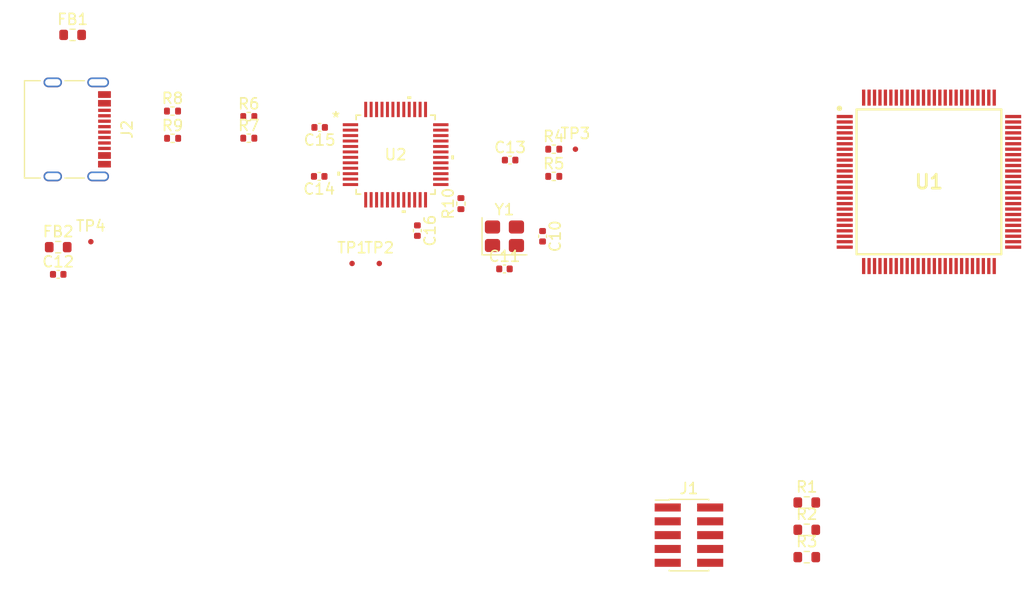
<source format=kicad_pcb>
(kicad_pcb (version 20241229) (generator "pcbnew") (generator_version "9.0")
  (layers (0 "F.Cu" signal) (2 "B.Cu" signal) (13 "F.Paste" user) (15 "B.Paste" user) (5 "F.SilkS" user "F.Silkscreen") (7 "B.SilkS" user "B.Silkscreen") (1 "F.Mask" user) (3 "B.Mask" user) (25 "Edge.Cuts" user))
  (net 0 "")
  (net 1 "GND")
  (net 2 "KV5x_SWO{slash}TDO")
  (net 4 "VDD_MCU")
  (net 5 "KV5x_TDI")
  (net 6 "KV5x_SWDIO{slash}TMS")
  (net 7 "KV5x_~{RESET}")
  (net 8 "KV5x_SWCLK{slash}TCK")
  (net 86 "Net-(J2-CC2)")
  (net 87 "/USB interface/USB_D+")
  (net 88 "Net-(J2-CC1)")
  (net 89 "/USB interface/USB_D-")
  (net 92 "/USB interface/SDA_USB_DP")
  (net 93 "/USB interface/SDA_USB_DM")
  (net 94 "/USB interface/TC_EXTAL_TP")
  (net 95 "/USB interface/TC_XTAL_TP")
  (net 122 "VBUS")
  (net 123 "+3.3V")
  (net 124 "/USB interface/USB_SHIELD")
  (net 125 "/USB interface/USB_VBUS")
  (net 127 "/USB interface/SDA_XTAL_OUT")
  (net 128 "/USB interface/SDA_XTAL_IN")
  (net 129 "/USB interface/SDA_~{RESET}")
  (net 130 "K20_JTAG_TDO")
  (net 131 "K20_JTAG_TDI")
  (net 132 "K20_JTAG_TMS")
  (net 133 "K20_JTAG_TCLK")
  (footprint "Crystal:Crystal_SMD_3225-4Pin_3.2x2.5mm" (layer "F.Cu") (at 110 105.5)
    (property "Reference" "Y1" (at 0 -2.45 0) (layer "F.SilkS"))
    (property "Value" "ECS-80-12-33-JGN-TR")
    (fp_line (start -2.06 -1.71) (end -2.06 1.71) (stroke (width 0.12)) (layer "F.SilkS"))
    (fp_line (start -2.06 1.71) (end 2.06 1.71) (stroke (width 0.12)) (layer "F.SilkS"))
    (pad "1" smd roundrect (at -1.1 0.85) (size 1.4 1.2) (layers "F.Cu" "F.Mask" "F.Paste") (roundrect_rratio 0.208333) (net 128 "/USB interface/SDA_XTAL_IN"))
    (pad "2" smd roundrect (at 1.1 0.85) (size 1.4 1.2) (layers "F.Cu" "F.Mask" "F.Paste") (roundrect_rratio 0.208333) (net 1 "GND"))
    (pad "3" smd roundrect (at 1.1 -0.85) (size 1.4 1.2) (layers "F.Cu" "F.Mask" "F.Paste") (roundrect_rratio 0.208333) (net 127 "/USB interface/SDA_XTAL_OUT"))
    (pad "4" smd roundrect (at -1.1 -0.85) (size 1.4 1.2) (layers "F.Cu" "F.Mask" "F.Paste") (roundrect_rratio 0.208333) (net 1 "GND"))
  )
  (footprint "Resistor_SMD:R_0402_1005Metric" (layer "F.Cu") (at 114.53 97.5)
    (property "Reference" "R4" (at 0 -1.17 0) (layer "F.SilkS"))
    (property "Value" "4.7k")
    (fp_line (start -0.153641 -0.38) (end 0.153641 -0.38) (stroke (width 0.12)) (layer "F.SilkS"))
    (fp_line (start -0.153641 0.38) (end 0.153641 0.38) (stroke (width 0.12)) (layer "F.SilkS"))
    (pad "1" smd roundrect (at -0.51 0) (size 0.54 0.64) (layers "F.Cu" "F.Mask" "F.Paste") (net 122 "VBUS"))
    (pad "2" smd roundrect (at 0.51 0) (size 0.54 0.64) (layers "F.Cu" "F.Mask" "F.Paste") (net 129 "/USB interface/SDA_~{RESET}"))
  )
  (footprint "Capacitor_SMD:C_0402_1005Metric" (layer "F.Cu") (at 110 108.5)
    (property "Reference" "C11" (at 0 -1.16 0) (layer "F.SilkS"))
    (property "Value" "15pF")
    (fp_line (start -0.107836 -0.36) (end 0.107836 -0.36) (stroke (width 0.12)) (layer "F.SilkS"))
    (fp_line (start -0.107836 0.36) (end 0.107836 0.36) (stroke (width 0.12)) (layer "F.SilkS"))
    (pad "1" smd roundrect (at -0.48 0) (size 0.56 0.62) (layers "F.Cu" "F.Mask" "F.Paste") (net 128 "/USB interface/SDA_XTAL_IN"))
    (pad "2" smd roundrect (at 0.48 0) (size 0.56 0.62) (layers "F.Cu" "F.Mask" "F.Paste") (net 1 "GND"))
  )
  (footprint "0_kv5x_devboard:TestPoint_Pad_D0.5mm" (layer "F.Cu") (at 98.5 108)
    (property "Reference" "TP2" (at 0 -1.448 0) (layer "F.SilkS"))
    (property "Value" "TestPoint")
    (pad "1" smd circle (at 0 0) (size 0.5 0.5) (layers "F.Cu" "F.Mask") (net 95 "/USB interface/TC_XTAL_TP"))
  )
  (footprint "0_kv5x_devboard:TestPoint_Pad_D0.5mm" (layer "F.Cu") (at 72 106)
    (property "Reference" "TP4" (at 0 -1.448 0) (layer "F.SilkS"))
    (property "Value" "TestPoint")
    (pad "1" smd circle (at 0 0) (size 0.5 0.5) (layers "F.Cu" "F.Mask") (net 122 "VBUS"))
  )
  (footprint "Resistor_SMD:R_0402_1005Metric" (layer "F.Cu") (at 86.51 96.49)
    (property "Reference" "R7" (at 0 -1.17 0) (layer "F.SilkS"))
    (property "Value" "33R")
    (fp_line (start -0.153641 -0.38) (end 0.153641 -0.38) (stroke (width 0.12)) (layer "F.SilkS"))
    (fp_line (start -0.153641 0.38) (end 0.153641 0.38) (stroke (width 0.12)) (layer "F.SilkS"))
    (pad "1" smd roundrect (at -0.51 0) (size 0.54 0.64) (layers "F.Cu" "F.Mask" "F.Paste") (net 89 "/USB interface/USB_D-"))
    (pad "2" smd roundrect (at 0.51 0) (size 0.54 0.64) (layers "F.Cu" "F.Mask" "F.Paste") (net 93 "/USB interface/SDA_USB_DM"))
  )
  (footprint "0_kv5x_devboard:MK20DX128VLF5" (layer "F.Cu") (at 100 98)
    (property "Reference" "U2" (at 0 0 0) (layer "F.SilkS"))
    (property "Value" "MK20DX128VLF5")
    (fp_line (start -3.627001 -3.627001) (end -3.627001 -3.21774) (stroke (width 0.1524)) (layer "F.SilkS"))
    (fp_line (start -3.627001 3.21774) (end -3.627001 3.627001) (stroke (width 0.1524)) (layer "F.SilkS"))
    (fp_line (start -3.627001 3.627001) (end -3.21774 3.627001) (stroke (width 0.1524)) (layer "F.SilkS"))
    (fp_line (start -3.21774 -3.627001) (end -3.627001 -3.627001) (stroke (width 0.1524)) (layer "F.SilkS"))
    (fp_line (start 3.21774 3.627001) (end 3.627001 3.627001) (stroke (width 0.1524)) (layer "F.SilkS"))
    (fp_line (start 3.627001 -3.627001) (end 3.21774 -3.627001) (stroke (width 0.1524)) (layer "F.SilkS"))
    (fp_line (start 3.627001 -3.21774) (end 3.627001 -3.627001) (stroke (width 0.1524)) (layer "F.SilkS"))
    (fp_line (start 3.627001 3.627001) (end 3.627001 3.21774) (stroke (width 0.1524)) (layer "F.SilkS"))
    (fp_poly (pts (xy -5.363599 1.559499) (xy -5.363599 1.940499) (xy -5.109599 1.940499) (xy -5.109599 1.559499)) (fill yes) (layer "F.SilkS"))
    (fp_poly (pts (xy 0.559501 5.109599) (xy 0.559501 5.363599) (xy 0.940501 5.363599) (xy 0.940501 5.109599)) (fill yes) (layer "F.SilkS"))
    (fp_poly (pts (xy 1.0595 -5.109599) (xy 1.0595 -5.363599) (xy 1.4405 -5.363599) (xy 1.4405 -5.109599)) (fill yes) (layer "F.SilkS"))
    (fp_poly (pts (xy 5.363599 0.059499) (xy 5.363599 0.4405) (xy 5.109599 0.4405) (xy 5.109599 0.059499)) (fill yes) (layer "F.SilkS"))
    (fp_text user "*" (at -5.490599 -3.381 0) (layer "F.SilkS"))
    (fp_text user "*" (at -5.490599 -3.381 0) (layer "F.SilkS"))
    (pad "1" smd rect (at -4.149999 -2.75 90) (size 0.27 1.4112) (layers "F.Cu" "F.Mask" "F.Paste") (net 123 "+3.3V"))
    (pad "2" smd rect (at -4.149999 -2.250001 90) (size 0.27 1.4112) (layers "F.Cu" "F.Mask" "F.Paste") (net 1 "GND"))
    (pad "3" smd rect (at -4.149999 -1.749999 90) (size 0.27 1.4112) (layers "F.Cu" "F.Mask" "F.Paste") (net 92 "/USB interface/SDA_USB_DP"))
    (pad "4" smd rect (at -4.149999 -1.25 90) (size 0.27 1.4112) (layers "F.Cu" "F.Mask" "F.Paste") (net 93 "/USB interface/SDA_USB_DM"))
    (pad "5" smd rect (at -4.149999 -0.750001 90) (size 0.27 1.4112) (layers "F.Cu" "F.Mask" "F.Paste"))
    (pad "6" smd rect (at -4.149999 -0.25 90) (size 0.27 1.4112) (layers "F.Cu" "F.Mask" "F.Paste") (net 123 "+3.3V"))
    (pad "7" smd rect (at -4.149999 0.25 90) (size 0.27 1.4112) (layers "F.Cu" "F.Mask" "F.Paste"))
    (pad "8" smd rect (at -4.149999 0.750001 90) (size 0.27 1.4112) (layers "F.Cu" "F.Mask" "F.Paste"))
    (pad "9" smd rect (at -4.149999 1.25 90) (size 0.27 1.4112) (layers "F.Cu" "F.Mask" "F.Paste") (net 123 "+3.3V"))
    (pad "10" smd rect (at -4.149999 1.749999 90) (size 0.27 1.4112) (layers "F.Cu" "F.Mask" "F.Paste") (net 123 "+3.3V"))
    (pad "11" smd rect (at -4.149999 2.250001 90) (size 0.27 1.4112) (layers "F.Cu" "F.Mask" "F.Paste") (net 1 "GND"))
    (pad "12" smd rect (at -4.149999 2.75 90) (size 0.27 1.4112) (layers "F.Cu" "F.Mask" "F.Paste") (net 1 "GND"))
    (pad "13" smd rect (at -2.75 4.149999) (size 0.27 1.4112) (layers "F.Cu" "F.Mask" "F.Paste"))
    (pad "14" smd rect (at -2.250001 4.149999) (size 0.27 1.4112) (layers "F.Cu" "F.Mask" "F.Paste") (net 95 "/USB interface/TC_XTAL_TP"))
    (pad "15" smd rect (at -1.749999 4.149999) (size 0.27 1.4112) (layers "F.Cu" "F.Mask" "F.Paste") (net 94 "/USB interface/TC_EXTAL_TP"))
    (pad "16" smd rect (at -1.25 4.149999) (size 0.27 1.4112) (layers "F.Cu" "F.Mask" "F.Paste") (net 123 "+3.3V"))
    (pad "17" smd rect (at -0.750001 4.149999) (size 0.27 1.4112) (layers "F.Cu" "F.Mask" "F.Paste") (net 133 "K20_JTAG_TCLK"))
    (pad "18" smd rect (at -0.25 4.149999) (size 0.27 1.4112) (layers "F.Cu" "F.Mask" "F.Paste") (net 131 "K20_JTAG_TDI"))
    (pad "19" smd rect (at 0.25 4.149999) (size 0.27 1.4112) (layers "F.Cu" "F.Mask" "F.Paste") (net 130 "K20_JTAG_TDO"))
    (pad "20" smd rect (at 0.750001 4.149999) (size 0.27 1.4112) (layers "F.Cu" "F.Mask" "F.Paste") (net 132 "K20_JTAG_TMS"))
    (pad "21" smd rect (at 1.25 4.149999) (size 0.27 1.4112) (layers "F.Cu" "F.Mask" "F.Paste"))
    (pad "22" smd rect (at 1.749999 4.149999) (size 0.27 1.4112) (layers "F.Cu" "F.Mask" "F.Paste") (net 123 "+3.3V"))
    (pad "23" smd rect (at 2.250001 4.149999) (size 0.27 1.4112) (layers "F.Cu" "F.Mask" "F.Paste") (net 1 "GND"))
    (pad "24" smd rect (at 2.75 4.149999) (size 0.27 1.4112) (layers "F.Cu" "F.Mask" "F.Paste") (net 128 "/USB interface/SDA_XTAL_IN"))
    (pad "25" smd rect (at 4.149999 2.75 90) (size 0.27 1.4112) (layers "F.Cu" "F.Mask" "F.Paste") (net 127 "/USB interface/SDA_XTAL_OUT"))
    (pad "26" smd rect (at 4.149999 2.250001 90) (size 0.27 1.4112) (layers "F.Cu" "F.Mask" "F.Paste") (net 129 "/USB interface/SDA_~{RESET}"))
    (pad "27" smd rect (at 4.149999 1.749999 90) (size 0.27 1.4112) (layers "F.Cu" "F.Mask" "F.Paste"))
    (pad "28" smd rect (at 4.149999 1.25 90) (size 0.27 1.4112) (layers "F.Cu" "F.Mask" "F.Paste"))
    (pad "29" smd rect (at 4.149999 0.750001 90) (size 0.27 1.4112) (layers "F.Cu" "F.Mask" "F.Paste"))
    (pad "30" smd rect (at 4.149999 0.25 90) (size 0.27 1.4112) (layers "F.Cu" "F.Mask" "F.Paste"))
    (pad "31" smd rect (at 4.149999 -0.25 90) (size 0.27 1.4112) (layers "F.Cu" "F.Mask" "F.Paste"))
    (pad "32" smd rect (at 4.149999 -0.750001 90) (size 0.27 1.4112) (layers "F.Cu" "F.Mask" "F.Paste"))
    (pad "33" smd rect (at 4.149999 -1.25 90) (size 0.27 1.4112) (layers "F.Cu" "F.Mask" "F.Paste"))
    (pad "34" smd rect (at 4.149999 -1.749999 90) (size 0.27 1.4112) (layers "F.Cu" "F.Mask" "F.Paste"))
    (pad "35" smd rect (at 4.149999 -2.250001 90) (size 0.27 1.4112) (layers "F.Cu" "F.Mask" "F.Paste"))
    (pad "36" smd rect (at 4.149999 -2.75 90) (size 0.27 1.4112) (layers "F.Cu" "F.Mask" "F.Paste"))
    (pad "37" smd rect (at 2.75 -4.149999) (size 0.27 1.4112) (layers "F.Cu" "F.Mask" "F.Paste"))
    (pad "38" smd rect (at 2.250001 -4.149999) (size 0.27 1.4112) (layers "F.Cu" "F.Mask" "F.Paste"))
    (pad "39" smd rect (at 1.749999 -4.149999) (size 0.27 1.4112) (layers "F.Cu" "F.Mask" "F.Paste"))
    (pad "40" smd rect (at 1.25 -4.149999) (size 0.27 1.4112) (layers "F.Cu" "F.Mask" "F.Paste"))
    (pad "41" smd rect (at 0.750001 -4.149999) (size 0.27 1.4112) (layers "F.Cu" "F.Mask" "F.Paste"))
    (pad "42" smd rect (at 0.25 -4.149999) (size 0.27 1.4112) (layers "F.Cu" "F.Mask" "F.Paste"))
    (pad "43" smd rect (at -0.25 -4.149999) (size 0.27 1.4112) (layers "F.Cu" "F.Mask" "F.Paste"))
    (pad "44" smd rect (at -0.750001 -4.149999) (size 0.27 1.4112) (layers "F.Cu" "F.Mask" "F.Paste"))
    (pad "45" smd rect (at -1.25 -4.149999) (size 0.27 1.4112) (layers "F.Cu" "F.Mask" "F.Paste"))
    (pad "46" smd rect (at -1.749999 -4.149999) (size 0.27 1.4112) (layers "F.Cu" "F.Mask" "F.Paste"))
    (pad "47" smd rect (at -2.250001 -4.149999) (size 0.27 1.4112) (layers "F.Cu" "F.Mask" "F.Paste"))
    (pad "48" smd rect (at -2.75 -4.149999) (size 0.27 1.4112) (layers "F.Cu" "F.Mask" "F.Paste"))
  )
  (footprint "Resistor_SMD:R_0402_1005Metric" (layer "F.Cu") (at 114.53 100)
    (property "Reference" "R5" (at 0 -1.17 0) (layer "F.SilkS"))
    (property "Value" "10k")
    (fp_line (start -0.153641 -0.38) (end 0.153641 -0.38) (stroke (width 0.12)) (layer "F.SilkS"))
    (fp_line (start -0.153641 0.38) (end 0.153641 0.38) (stroke (width 0.12)) (layer "F.SilkS"))
    (pad "1" smd roundrect (at -0.51 0) (size 0.54 0.64) (layers "F.Cu" "F.Mask" "F.Paste") (net 129 "/USB interface/SDA_~{RESET}"))
    (pad "2" smd roundrect (at 0.51 0) (size 0.54 0.64) (layers "F.Cu" "F.Mask" "F.Paste") (net 1 "GND"))
  )
  (footprint "Capacitor_SMD:C_0402_1005Metric" (layer "F.Cu") (at 110.52 98.5)
    (property "Reference" "C13" (at 0 -1.16 0) (layer "F.SilkS"))
    (property "Value" "0.1uF")
    (fp_line (start -0.107836 -0.36) (end 0.107836 -0.36) (stroke (width 0.12)) (layer "F.SilkS"))
    (fp_line (start -0.107836 0.36) (end 0.107836 0.36) (stroke (width 0.12)) (layer "F.SilkS"))
    (pad "1" smd roundrect (at -0.48 0) (size 0.56 0.62) (layers "F.Cu" "F.Mask" "F.Paste") (net 129 "/USB interface/SDA_~{RESET}"))
    (pad "2" smd roundrect (at 0.48 0) (size 0.56 0.62) (layers "F.Cu" "F.Mask" "F.Paste") (net 1 "GND"))
  )
  (footprint "Resistor_SMD:R_0402_1005Metric" (layer "F.Cu") (at 79.5 94)
    (property "Reference" "R8" (at 0 -1.17 0) (layer "F.SilkS"))
    (property "Value" "5.1k")
    (fp_line (start -0.153641 -0.38) (end 0.153641 -0.38) (stroke (width 0.12)) (layer "F.SilkS"))
    (fp_line (start -0.153641 0.38) (end 0.153641 0.38) (stroke (width 0.12)) (layer "F.SilkS"))
    (pad "1" smd roundrect (at -0.51 0) (size 0.54 0.64) (layers "F.Cu" "F.Mask" "F.Paste") (net 88 "Net-(J2-CC1)"))
    (pad "2" smd roundrect (at 0.51 0) (size 0.54 0.64) (layers "F.Cu" "F.Mask" "F.Paste") (net 1 "GND"))
  )
  (footprint "0_kv5x_devboard:TestPoint_Pad_D0.5mm" (layer "F.Cu") (at 116.52 97.5)
    (property "Reference" "TP3" (at 0 -1.448 0) (layer "F.SilkS"))
    (property "Value" "TestPoint")
    (pad "1" smd circle (at 0 0) (size 0.5 0.5) (layers "F.Cu" "F.Mask") (net 129 "/USB interface/SDA_~{RESET}"))
  )
  (footprint "0_kv5x_devboard:MKV56F1M0VLL24" (layer "F.Cu") (at 149 100.5)
    (property "Reference" "U1" (at 0 0 0) (layer "F.SilkS") (effects (font (size 1.27 1.27) (thickness 0.254))))
    (property "Value" "MKV56F1M0VLL24" (hide yes))
    (fp_line (start -6.65 -6.65) (end 6.65 -6.65) (stroke (width 0.2)) (layer "F.SilkS"))
    (fp_line (start -6.65 6.65) (end -6.65 -6.65) (stroke (width 0.2)) (layer "F.SilkS"))
    (fp_line (start 6.65 -6.65) (end 6.65 6.65) (stroke (width 0.2)) (layer "F.SilkS"))
    (fp_line (start 6.65 6.65) (end -6.65 6.65) (stroke (width 0.2)) (layer "F.SilkS"))
    (fp_circle (center -8.225 -6.75) (end -8.225 -6.625) (stroke (width 0.25)) (fill no) (layer "F.SilkS"))
    (pad "1" smd rect (at -7.738 -6 90) (size 0.3 1.475) (layers "F.Cu" "F.Mask" "F.Paste"))
    (pad "2" smd rect (at -7.738 -5.5 90) (size 0.3 1.475) (layers "F.Cu" "F.Mask" "F.Paste"))
    (pad "3" smd rect (at -7.738 -5 90) (size 0.3 1.475) (layers "F.Cu" "F.Mask" "F.Paste"))
    (pad "4" smd rect (at -7.738 -4.5 90) (size 0.3 1.475) (layers "F.Cu" "F.Mask" "F.Paste"))
    (pad "5" smd rect (at -7.738 -4 90) (size 0.3 1.475) (layers "F.Cu" "F.Mask" "F.Paste"))
    (pad "6" smd rect (at -7.738 -3.5 90) (size 0.3 1.475) (layers "F.Cu" "F.Mask" "F.Paste"))
    (pad "7" smd rect (at -7.738 -3 90) (size 0.3 1.475) (layers "F.Cu" "F.Mask" "F.Paste"))
    (pad "8" smd rect (at -7.738 -2.5 90) (size 0.3 1.475) (layers "F.Cu" "F.Mask" "F.Paste") (net 4 "VDD_MCU"))
    (pad "9" smd rect (at -7.738 -2 90) (size 0.3 1.475) (layers "F.Cu" "F.Mask" "F.Paste") (net 1 "GND"))
    (pad "10" smd rect (at -7.738 -1.5 90) (size 0.3 1.475) (layers "F.Cu" "F.Mask" "F.Paste"))
    (pad "11" smd rect (at -7.738 -1 90) (size 0.3 1.475) (layers "F.Cu" "F.Mask" "F.Paste"))
    (pad "12" smd rect (at -7.738 -0.5 90) (size 0.3 1.475) (layers "F.Cu" "F.Mask" "F.Paste"))
    (pad "13" smd rect (at -7.738 0 90) (size 0.3 1.475) (layers "F.Cu" "F.Mask" "F.Paste"))
    (pad "14" smd rect (at -7.738 0.5 90) (size 0.3 1.475) (layers "F.Cu" "F.Mask" "F.Paste"))
    (pad "15" smd rect (at -7.738 1 90) (size 0.3 1.475) (layers "F.Cu" "F.Mask" "F.Paste"))
    (pad "16" smd rect (at -7.738 1.5 90) (size 0.3 1.475) (layers "F.Cu" "F.Mask" "F.Paste"))
    (pad "17" smd rect (at -7.738 2 90) (size 0.3 1.475) (layers "F.Cu" "F.Mask" "F.Paste"))
    (pad "18" smd rect (at -7.738 2.5 90) (size 0.3 1.475) (layers "F.Cu" "F.Mask" "F.Paste"))
    (pad "19" smd rect (at -7.738 3 90) (size 0.3 1.475) (layers "F.Cu" "F.Mask" "F.Paste"))
    (pad "20" smd rect (at -7.738 3.5 90) (size 0.3 1.475) (layers "F.Cu" "F.Mask" "F.Paste"))
    (pad "21" smd rect (at -7.738 4 90) (size 0.3 1.475) (layers "F.Cu" "F.Mask" "F.Paste"))
    (pad "22" smd rect (at -7.738 4.5 90) (size 0.3 1.475) (layers "F.Cu" "F.Mask" "F.Paste") (net 4 "VDD_MCU"))
    (pad "23" smd rect (at -7.738 5 90) (size 0.3 1.475) (layers "F.Cu" "F.Mask" "F.Paste") (net 4 "VDD_MCU"))
    (pad "24" smd rect (at -7.738 5.5 90) (size 0.3 1.475) (layers "F.Cu" "F.Mask" "F.Paste") (net 1 "GND"))
    (pad "25" smd rect (at -7.738 6 90) (size 0.3 1.475) (layers "F.Cu" "F.Mask" "F.Paste") (net 1 "GND"))
    (pad "26" smd rect (at -6 7.738) (size 0.3 1.475) (layers "F.Cu" "F.Mask" "F.Paste"))
    (pad "27" smd rect (at -5.5 7.738) (size 0.3 1.475) (layers "F.Cu" "F.Mask" "F.Paste"))
    (pad "28" smd rect (at -5 7.738) (size 0.3 1.475) (layers "F.Cu" "F.Mask" "F.Paste"))
    (pad "29" smd rect (at -4.5 7.738) (size 0.3 1.475) (layers "F.Cu" "F.Mask" "F.Paste") (net 1 "GND"))
    (pad "30" smd rect (at -4 7.738) (size 0.3 1.475) (layers "F.Cu" "F.Mask" "F.Paste") (net 4 "VDD_MCU"))
    (pad "31" smd rect (at -3.5 7.738) (size 0.3 1.475) (layers "F.Cu" "F.Mask" "F.Paste"))
    (pad "32" smd rect (at -3 7.738) (size 0.3 1.475) (layers "F.Cu" "F.Mask" "F.Paste"))
    (pad "33" smd rect (at -2.5 7.738) (size 0.3 1.475) (layers "F.Cu" "F.Mask" "F.Paste"))
    (pad "34" smd rect (at -2 7.738) (size 0.3 1.475) (layers "F.Cu" "F.Mask" "F.Paste") (net 8 "KV5x_SWCLK{slash}TCK"))
    (pad "35" smd rect (at -1.5 7.738) (size 0.3 1.475) (layers "F.Cu" "F.Mask" "F.Paste") (net 5 "KV5x_TDI"))
    (pad "36" smd rect (at -1 7.738) (size 0.3 1.475) (layers "F.Cu" "F.Mask" "F.Paste") (net 2 "KV5x_SWO{slash}TDO"))
    (pad "37" smd rect (at -0.5 7.738) (size 0.3 1.475) (layers "F.Cu" "F.Mask" "F.Paste") (net 6 "KV5x_SWDIO{slash}TMS"))
    (pad "38" smd rect (at 0 7.738) (size 0.3 1.475) (layers "F.Cu" "F.Mask" "F.Paste"))
    (pad "39" smd rect (at 0.5 7.738) (size 0.3 1.475) (layers "F.Cu" "F.Mask" "F.Paste"))
    (pad "40" smd rect (at 1 7.738) (size 0.3 1.475) (layers "F.Cu" "F.Mask" "F.Paste") (net 4 "VDD_MCU"))
    (pad "41" smd rect (at 1.5 7.738) (size 0.3 1.475) (layers "F.Cu" "F.Mask" "F.Paste") (net 1 "GND"))
    (pad "42" smd rect (at 2 7.738) (size 0.3 1.475) (layers "F.Cu" "F.Mask" "F.Paste"))
    (pad "43" smd rect (at 2.5 7.738) (size 0.3 1.475) (layers "F.Cu" "F.Mask" "F.Paste"))
    (pad "44" smd rect (at 3 7.738) (size 0.3 1.475) (layers "F.Cu" "F.Mask" "F.Paste"))
    (pad "45" smd rect (at 3.5 7.738) (size 0.3 1.475) (layers "F.Cu" "F.Mask" "F.Paste"))
    (pad "46" smd rect (at 4 7.738) (size 0.3 1.475) (layers "F.Cu" "F.Mask" "F.Paste"))
    (pad "47" smd rect (at 4.5 7.738) (size 0.3 1.475) (layers "F.Cu" "F.Mask" "F.Paste"))
    (pad "48" smd rect (at 5 7.738) (size 0.3 1.475) (layers "F.Cu" "F.Mask" "F.Paste") (net 4 "VDD_MCU"))
    (pad "49" smd rect (at 5.5 7.738) (size 0.3 1.475) (layers "F.Cu" "F.Mask" "F.Paste") (net 1 "GND"))
    (pad "50" smd rect (at 6 7.738) (size 0.3 1.475) (layers "F.Cu" "F.Mask" "F.Paste"))
    (pad "51" smd rect (at 7.738 6 90) (size 0.3 1.475) (layers "F.Cu" "F.Mask" "F.Paste"))
    (pad "52" smd rect (at 7.738 5.5 90) (size 0.3 1.475) (layers "F.Cu" "F.Mask" "F.Paste") (net 7 "KV5x_~{RESET}"))
    (pad "53" smd rect (at 7.738 5 90) (size 0.3 1.475) (layers "F.Cu" "F.Mask" "F.Paste"))
    (pad "54" smd rect (at 7.738 4.5 90) (size 0.3 1.475) (layers "F.Cu" "F.Mask" "F.Paste"))
    (pad "55" smd rect (at 7.738 4 90) (size 0.3 1.475) (layers "F.Cu" "F.Mask" "F.Paste"))
    (pad "56" smd rect (at 7.738 3.5 90) (size 0.3 1.475) (layers "F.Cu" "F.Mask" "F.Paste"))
    (pad "57" smd rect (at 7.738 3 90) (size 0.3 1.475) (layers "F.Cu" "F.Mask" "F.Paste"))
    (pad "58" smd rect (at 7.738 2.5 90) (size 0.3 1.475) (layers "F.Cu" "F.Mask" "F.Paste"))
    (pad "59" smd rect (at 7.738 2 90) (size 0.3 1.475) (layers "F.Cu" "F.Mask" "F.Paste"))
    (pad "60" smd rect (at 7.738 1.5 90) (size 0.3 1.475) (layers "F.Cu" "F.Mask" "F.Paste") (net 1 "GND"))
    (pad "61" smd rect (at 7.738 1 90) (size 0.3 1.475) (layers "F.Cu" "F.Mask" "F.Paste") (net 4 "VDD_MCU"))
    (pad "62" smd rect (at 7.738 0.5 90) (size 0.3 1.475) (layers "F.Cu" "F.Mask" "F.Paste"))
    (pad "63" smd rect (at 7.738 0 90) (size 0.3 1.475) (layers "F.Cu" "F.Mask" "F.Paste"))
    (pad "64" smd rect (at 7.738 -0.5 90) (size 0.3 1.475) (layers "F.Cu" "F.Mask" "F.Paste"))
    (pad "65" smd rect (at 7.738 -1 90) (size 0.3 1.475) (layers "F.Cu" "F.Mask" "F.Paste"))
    (pad "66" smd rect (at 7.738 -1.5 90) (size 0.3 1.475) (layers "F.Cu" "F.Mask" "F.Paste"))
    (pad "67" smd rect (at 7.738 -2 90) (size 0.3 1.475) (layers "F.Cu" "F.Mask" "F.Paste"))
    (pad "68" smd rect (at 7.738 -2.5 90) (size 0.3 1.475) (layers "F.Cu" "F.Mask" "F.Paste"))
    (pad "69" smd rect (at 7.738 -3 90) (size 0.3 1.475) (layers "F.Cu" "F.Mask" "F.Paste"))
    (pad "70" smd rect (at 7.738 -3.5 90) (size 0.3 1.475) (layers "F.Cu" "F.Mask" "F.Paste"))
    (pad "71" smd rect (at 7.738 -4 90) (size 0.3 1.475) (layers "F.Cu" "F.Mask" "F.Paste"))
    (pad "72" smd rect (at 7.738 -4.5 90) (size 0.3 1.475) (layers "F.Cu" "F.Mask" "F.Paste"))
    (pad "73" smd rect (at 7.738 -5 90) (size 0.3 1.475) (layers "F.Cu" "F.Mask" "F.Paste"))
    (pad "74" smd rect (at 7.738 -5.5 90) (size 0.3 1.475) (layers "F.Cu" "F.Mask" "F.Paste") (net 1 "GND"))
    (pad "75" smd rect (at 7.738 -6 90) (size 0.3 1.475) (layers "F.Cu" "F.Mask" "F.Paste") (net 4 "VDD_MCU"))
    (pad "76" smd rect (at 6 -7.738) (size 0.3 1.475) (layers "F.Cu" "F.Mask" "F.Paste"))
    (pad "77" smd rect (at 5.5 -7.738) (size 0.3 1.475) (layers "F.Cu" "F.Mask" "F.Paste"))
    (pad "78" smd rect (at 5 -7.738) (size 0.3 1.475) (layers "F.Cu" "F.Mask" "F.Paste"))
    (pad "79" smd rect (at 4.5 -7.738) (size 0.3 1.475) (layers "F.Cu" "F.Mask" "F.Paste"))
    (pad "80" smd rect (at 4 -7.738) (size 0.3 1.475) (layers "F.Cu" "F.Mask" "F.Paste"))
    (pad "81" smd rect (at 3.5 -7.738) (size 0.3 1.475) (layers "F.Cu" "F.Mask" "F.Paste"))
    (pad "82" smd rect (at 3 -7.738) (size 0.3 1.475) (layers "F.Cu" "F.Mask" "F.Paste"))
    (pad "83" smd rect (at 2.5 -7.738) (size 0.3 1.475) (layers "F.Cu" "F.Mask" "F.Paste"))
    (pad "84" smd rect (at 2 -7.738) (size 0.3 1.475) (layers "F.Cu" "F.Mask" "F.Paste"))
    (pad "85" smd rect (at 1.5 -7.738) (size 0.3 1.475) (layers "F.Cu" "F.Mask" "F.Paste"))
    (pad "86" smd rect (at 1 -7.738) (size 0.3 1.475) (layers "F.Cu" "F.Mask" "F.Paste"))
    (pad "87" smd rect (at 0.5 -7.738) (size 0.3 1.475) (layers "F.Cu" "F.Mask" "F.Paste"))
    (pad "88" smd rect (at 0 -7.738) (size 0.3 1.475) (layers "F.Cu" "F.Mask" "F.Paste") (net 1 "GND"))
    (pad "89" smd rect (at -0.5 -7.738) (size 0.3 1.475) (layers "F.Cu" "F.Mask" "F.Paste") (net 4 "VDD_MCU"))
    (pad "90" smd rect (at -1 -7.738) (size 0.3 1.475) (layers "F.Cu" "F.Mask" "F.Paste"))
    (pad "91" smd rect (at -1.5 -7.738) (size 0.3 1.475) (layers "F.Cu" "F.Mask" "F.Paste"))
    (pad "92" smd rect (at -2 -7.738) (size 0.3 1.475) (layers "F.Cu" "F.Mask" "F.Paste"))
    (pad "93" smd rect (at -2.5 -7.738) (size 0.3 1.475) (layers "F.Cu" "F.Mask" "F.Paste"))
    (pad "94" smd rect (at -3 -7.738) (size 0.3 1.475) (layers "F.Cu" "F.Mask" "F.Paste"))
    (pad "95" smd rect (at -3.5 -7.738) (size 0.3 1.475) (layers "F.Cu" "F.Mask" "F.Paste"))
    (pad "96" smd rect (at -4 -7.738) (size 0.3 1.475) (layers "F.Cu" "F.Mask" "F.Paste"))
    (pad "97" smd rect (at -4.5 -7.738) (size 0.3 1.475) (layers "F.Cu" "F.Mask" "F.Paste"))
    (pad "98" smd rect (at -5 -7.738) (size 0.3 1.475) (layers "F.Cu" "F.Mask" "F.Paste"))
    (pad "99" smd rect (at -5.5 -7.738) (size 0.3 1.475) (layers "F.Cu" "F.Mask" "F.Paste"))
    (pad "100" smd rect (at -6 -7.738) (size 0.3 1.475) (layers "F.Cu" "F.Mask" "F.Paste"))
  )
  (footprint "Resistor_SMD:R_0603_1608Metric" (layer "F.Cu") (at 137.775 129.96)
    (property "Reference" "R1" (at 0 -1.43 0) (layer "F.SilkS"))
    (property "Value" "10K")
    (fp_line (start -0.237258 -0.5225) (end 0.237258 -0.5225) (stroke (width 0.12)) (layer "F.SilkS"))
    (fp_line (start -0.237258 0.5225) (end 0.237258 0.5225) (stroke (width 0.12)) (layer "F.SilkS"))
    (pad "1" smd roundrect (at -0.825 0) (size 0.8 0.95) (layers "F.Cu" "F.Mask" "F.Paste") (net 4 "VDD_MCU"))
    (pad "2" smd roundrect (at 0.825 0) (size 0.8 0.95) (layers "F.Cu" "F.Mask" "F.Paste") (net 6 "KV5x_SWDIO{slash}TMS"))
  )
  (footprint "Connector_USB:USB_C_Receptacle_Palconn_UTC16-G" (layer "F.Cu") (at 70.74 95.68 -90)
    (property "Reference" "J2" (at 0 -4.58 90) (layer "F.SilkS"))
    (property "Value" "USB_C_Receptacle_USB2.0_16P")
    (fp_line (start -4.47 4.84) (end -4.47 3.38) (stroke (width 0.12)) (layer "F.SilkS"))
    (fp_line (start 4.47 4.84) (end -4.47 4.84) (stroke (width 0.12)) (layer "F.SilkS"))
    (fp_line (start 4.47 4.84) (end 4.47 3.38) (stroke (width 0.12)) (layer "F.SilkS"))
    (fp_line (start -4.47 -0.67) (end -4.47 1.13) (stroke (width 0.12)) (layer "F.SilkS"))
    (fp_line (start 4.47 -0.67) (end 4.47 1.13) (stroke (width 0.12)) (layer "F.SilkS"))
    (pad "" np_thru_hole circle (at -2.89 -1.45 90) (size 0.6 0.6) (drill 0.6) (layers "*.Cu" "*.Mask"))
    (pad "" np_thru_hole circle (at 2.89 -1.45 90) (size 0.6 0.6) (drill 0.6) (layers "*.Cu" "*.Mask"))
    (pad "A1" smd rect (at -3.2 -2.51 270) (size 0.6 1.16) (layers "F.Cu" "F.Mask" "F.Paste") (net 1 "GND"))
    (pad "A4" smd rect (at -2.4 -2.51 270) (size 0.6 1.16) (layers "F.Cu" "F.Mask" "F.Paste") (net 125 "/USB interface/USB_VBUS"))
    (pad "A5" smd rect (at -1.25 -2.51 90) (size 0.3 1.16) (layers "F.Cu" "F.Mask" "F.Paste") (net 88 "Net-(J2-CC1)"))
    (pad "A6" smd rect (at -0.25 -2.51 90) (size 0.3 1.16) (layers "F.Cu" "F.Mask" "F.Paste") (net 87 "/USB interface/USB_D+"))
    (pad "A7" smd rect (at 0.25 -2.51 90) (size 0.3 1.16) (layers "F.Cu" "F.Mask" "F.Paste") (net 89 "/USB interface/USB_D-"))
    (pad "A8" smd rect (at 1.25 -2.51 90) (size 0.3 1.16) (layers "F.Cu" "F.Mask" "F.Paste"))
    (pad "A9" smd rect (at 2.4 -2.51 270) (size 0.6 1.16) (layers "F.Cu" "F.Mask" "F.Paste") (net 125 "/USB interface/USB_VBUS"))
    (pad "A12" smd rect (at 3.2 -2.51 270) (size 0.6 1.16) (layers "F.Cu" "F.Mask" "F.Paste") (net 1 "GND"))
    (pad "B1" smd rect (at 3.2 -2.51 270) (size 0.6 1.16) (layers "F.Cu" "F.Mask" "F.Paste") (net 1 "GND"))
    (pad "B4" smd rect (at 2.4 -2.51 270) (size 0.6 1.16) (layers "F.Cu" "F.Mask" "F.Paste") (net 125 "/USB interface/USB_VBUS"))
    (pad "B5" smd rect (at 1.75 -2.51 90) (size 0.3 1.16) (layers "F.Cu" "F.Mask" "F.Paste") (net 86 "Net-(J2-CC2)"))
    (pad "B6" smd rect (at 0.75 -2.51 90) (size 0.3 1.16) (layers "F.Cu" "F.Mask" "F.Paste") (net 87 "/USB interface/USB_D+"))
    (pad "B7" smd rect (at -0.75 -2.51 90) (size 0.3 1.16) (layers "F.Cu" "F.Mask" "F.Paste") (net 89 "/USB interface/USB_D-"))
    (pad "B8" smd rect (at -1.75 -2.51 90) (size 0.3 1.16) (layers "F.Cu" "F.Mask" "F.Paste"))
    (pad "B9" smd rect (at -2.4 -2.51 270) (size 0.6 1.16) (layers "F.Cu" "F.Mask" "F.Paste") (net 125 "/USB interface/USB_VBUS"))
    (pad "B12" smd rect (at -3.2 -2.51 270) (size 0.6 1.16) (layers "F.Cu" "F.Mask" "F.Paste") (net 1 "GND"))
    (pad "S1" thru_hole oval (at -4.32 -1.93) (size 2 0.9) (drill oval 1.7 0.6) (property pad_prop_heatsink) (layers "*.Cu" "*.Mask") (net 124 "/USB interface/USB_SHIELD"))
    (pad "S1" thru_hole oval (at -4.32 2.24) (size 1.7 0.9) (drill oval 1.4 0.6) (property pad_prop_heatsink) (layers "*.Cu" "*.Mask") (net 124 "/USB interface/USB_SHIELD"))
    (pad "S1" thru_hole oval (at 4.32 -1.93) (size 2 0.9) (drill oval 1.7 0.6) (property pad_prop_heatsink) (layers "*.Cu" "*.Mask") (net 124 "/USB interface/USB_SHIELD"))
    (pad "S1" thru_hole oval (at 4.32 2.24) (size 1.7 0.9) (drill oval 1.4 0.6) (property pad_prop_heatsink) (layers "*.Cu" "*.Mask") (net 124 "/USB interface/USB_SHIELD"))
  )
  (footprint "0_kv5x_devboard:TestPoint_Pad_D0.5mm" (layer "F.Cu") (at 96 108)
    (property "Reference" "TP1" (at 0 -1.448 0) (layer "F.SilkS"))
    (property "Value" "TestPoint")
    (pad "1" smd circle (at 0 0) (size 0.5 0.5) (layers "F.Cu" "F.Mask") (net 94 "/USB interface/TC_EXTAL_TP"))
  )
  (footprint "Resistor_SMD:R_0603_1608Metric" (layer "F.Cu") (at 137.775 134.98)
    (property "Reference" "R3" (at 0 -1.43 0) (layer "F.SilkS"))
    (property "Value" "10K/DNP")
    (fp_line (start -0.237258 -0.5225) (end 0.237258 -0.5225) (stroke (width 0.12)) (layer "F.SilkS"))
    (fp_line (start -0.237258 0.5225) (end 0.237258 0.5225) (stroke (width 0.12)) (layer "F.SilkS"))
    (pad "1" smd roundrect (at -0.825 0) (size 0.8 0.95) (layers "F.Cu" "F.Mask" "F.Paste") (net 1 "GND"))
    (pad "2" smd roundrect (at 0.825 0) (size 0.8 0.95) (layers "F.Cu" "F.Mask" "F.Paste") (net 8 "KV5x_SWCLK{slash}TCK"))
  )
  (footprint "Capacitor_SMD:C_0402_1005Metric" (layer "F.Cu") (at 93.02 95.5 180)
    (property "Reference" "C15" (at 0 -1.16 0) (layer "F.SilkS"))
    (property "Value" "0.1uF")
    (fp_line (start -0.107836 0.36) (end 0.107836 0.36) (stroke (width 0.12)) (layer "F.SilkS"))
    (fp_line (start -0.107836 -0.36) (end 0.107836 -0.36) (stroke (width 0.12)) (layer "F.SilkS"))
    (pad "1" smd roundrect (at -0.48 0 180) (size 0.56 0.62) (layers "F.Cu" "F.Mask" "F.Paste") (net 123 "+3.3V"))
    (pad "2" smd roundrect (at 0.48 0 180) (size 0.56 0.62) (layers "F.Cu" "F.Mask" "F.Paste") (net 1 "GND"))
  )
  (footprint "Capacitor_SMD:C_0402_1005Metric" (layer "F.Cu") (at 113.5 105.5 -90)
    (property "Reference" "C10" (at 0 -1.16 90) (layer "F.SilkS"))
    (property "Value" "15pF")
    (fp_line (start -0.107836 0.36) (end 0.107836 0.36) (stroke (width 0.12)) (layer "F.SilkS"))
    (fp_line (start -0.107836 -0.36) (end 0.107836 -0.36) (stroke (width 0.12)) (layer "F.SilkS"))
    (pad "1" smd roundrect (at -0.48 0 270) (size 0.56 0.62) (layers "F.Cu" "F.Mask" "F.Paste") (net 127 "/USB interface/SDA_XTAL_OUT"))
    (pad "2" smd roundrect (at 0.48 0 270) (size 0.56 0.62) (layers "F.Cu" "F.Mask" "F.Paste") (net 1 "GND"))
  )
  (footprint "Resistor_SMD:R_0603_1608Metric" (layer "F.Cu") (at 70.325 87)
    (property "Reference" "FB1" (at 0 -1.43 0) (layer "F.SilkS"))
    (property "Value" "330R")
    (fp_line (start -0.237258 -0.5225) (end 0.237258 -0.5225) (stroke (width 0.12)) (layer "F.SilkS"))
    (fp_line (start -0.237258 0.5225) (end 0.237258 0.5225) (stroke (width 0.12)) (layer "F.SilkS"))
    (pad "1" smd roundrect (at -0.825 0) (size 0.8 0.95) (layers "F.Cu" "F.Mask" "F.Paste") (net 124 "/USB interface/USB_SHIELD"))
    (pad "2" smd roundrect (at 0.825 0) (size 0.8 0.95) (layers "F.Cu" "F.Mask" "F.Paste") (net 1 "GND"))
  )
  (footprint "Capacitor_SMD:C_0402_1005Metric" (layer "F.Cu") (at 102 104.98 -90)
    (property "Reference" "C16" (at 0 -1.16 90) (layer "F.SilkS"))
    (property "Value" "0.1uF")
    (fp_line (start -0.107836 0.36) (end 0.107836 0.36) (stroke (width 0.12)) (layer "F.SilkS"))
    (fp_line (start -0.107836 -0.36) (end 0.107836 -0.36) (stroke (width 0.12)) (layer "F.SilkS"))
    (pad "1" smd roundrect (at -0.48 0 270) (size 0.56 0.62) (layers "F.Cu" "F.Mask" "F.Paste") (net 123 "+3.3V"))
    (pad "2" smd roundrect (at 0.48 0 270) (size 0.56 0.62) (layers "F.Cu" "F.Mask" "F.Paste") (net 1 "GND"))
  )
  (footprint "Resistor_SMD:R_0402_1005Metric" (layer "F.Cu") (at 106 102.5 90)
    (property "Reference" "R10" (at 0 -1.17 90) (layer "F.SilkS"))
    (property "Value" "1M")
    (fp_line (start -0.153641 -0.38) (end 0.153641 -0.38) (stroke (width 0.12)) (layer "F.SilkS"))
    (fp_line (start -0.153641 0.38) (end 0.153641 0.38) (stroke (width 0.12)) (layer "F.SilkS"))
    (pad "1" smd roundrect (at -0.51 0 90) (size 0.54 0.64) (layers "F.Cu" "F.Mask" "F.Paste") (net 127 "/USB interface/SDA_XTAL_OUT"))
    (pad "2" smd roundrect (at 0.51 0 90) (size 0.54 0.64) (layers "F.Cu" "F.Mask" "F.Paste") (net 128 "/USB interface/SDA_XTAL_IN"))
  )
  (footprint "Capacitor_SMD:C_0402_1005Metric" (layer "F.Cu") (at 92.98 100 180)
    (property "Reference" "C14" (at 0 -1.16 0) (layer "F.SilkS"))
    (property "Value" "0.1uF")
    (fp_line (start -0.107836 0.36) (end 0.107836 0.36) (stroke (width 0.12)) (layer "F.SilkS"))
    (fp_line (start -0.107836 -0.36) (end 0.107836 -0.36) (stroke (width 0.12)) (layer "F.SilkS"))
    (pad "1" smd roundrect (at -0.48 0 180) (size 0.56 0.62) (layers "F.Cu" "F.Mask" "F.Paste") (net 123 "+3.3V"))
    (pad "2" smd roundrect (at 0.48 0 180) (size 0.56 0.62) (layers "F.Cu" "F.Mask" "F.Paste") (net 1 "GND"))
  )
  (footprint "Resistor_SMD:R_0402_1005Metric" (layer "F.Cu") (at 86.51 94.5)
    (property "Reference" "R6" (at 0 -1.17 0) (layer "F.SilkS"))
    (property "Value" "33R")
    (fp_line (start -0.153641 -0.38) (end 0.153641 -0.38) (stroke (width 0.12)) (layer "F.SilkS"))
    (fp_line (start -0.153641 0.38) (end 0.153641 0.38) (stroke (width 0.12)) (layer "F.SilkS"))
    (pad "1" smd roundrect (at -0.51 0) (size 0.54 0.64) (layers "F.Cu" "F.Mask" "F.Paste") (net 87 "/USB interface/USB_D+"))
    (pad "2" smd roundrect (at 0.51 0) (size 0.54 0.64) (layers "F.Cu" "F.Mask" "F.Paste") (net 92 "/USB interface/SDA_USB_DP"))
  )
  (footprint "Capacitor_SMD:C_0402_1005Metric" (layer "F.Cu") (at 69 109)
    (property "Reference" "C12" (at 0 -1.16 0) (layer "F.SilkS"))
    (property "Value" "1uF")
    (fp_line (start -0.107836 -0.36) (end 0.107836 -0.36) (stroke (width 0.12)) (layer "F.SilkS"))
    (fp_line (start -0.107836 0.36) (end 0.107836 0.36) (stroke (width 0.12)) (layer "F.SilkS"))
    (pad "1" smd roundrect (at -0.48 0) (size 0.56 0.62) (layers "F.Cu" "F.Mask" "F.Paste") (net 122 "VBUS"))
    (pad "2" smd roundrect (at 0.48 0) (size 0.56 0.62) (layers "F.Cu" "F.Mask" "F.Paste") (net 1 "GND"))
  )
  (footprint "Resistor_SMD:R_0603_1608Metric" (layer "F.Cu") (at 137.775 132.47)
    (property "Reference" "R2" (at 0 -1.43 0) (layer "F.SilkS"))
    (property "Value" "10K/DNP")
    (fp_line (start -0.237258 -0.5225) (end 0.237258 -0.5225) (stroke (width 0.12)) (layer "F.SilkS"))
    (fp_line (start -0.237258 0.5225) (end 0.237258 0.5225) (stroke (width 0.12)) (layer "F.SilkS"))
    (pad "1" smd roundrect (at -0.825 0) (size 0.8 0.95) (layers "F.Cu" "F.Mask" "F.Paste") (net 4 "VDD_MCU"))
    (pad "2" smd roundrect (at 0.825 0) (size 0.8 0.95) (layers "F.Cu" "F.Mask" "F.Paste") (net 2 "KV5x_SWO{slash}TDO"))
  )
  (footprint "Connector_PinHeader_1.27mm:PinHeader_2x05_P1.27mm_Vertical_SMD" (layer "F.Cu") (at 126.95 132.96)
    (property "Reference" "J1" (at 0 -4.285 0) (layer "F.SilkS"))
    (property "Value" "JTAG/SWD Connector")
    (fp_line (start -3.09 -3.22) (end -1.815 -3.22) (stroke (width 0.12)) (layer "F.SilkS"))
    (fp_line (start -1.815 -3.285) (end -1.815 -3.22) (stroke (width 0.12)) (layer "F.SilkS"))
    (fp_line (start -1.815 -3.285) (end 1.815 -3.285) (stroke (width 0.12)) (layer "F.SilkS"))
    (fp_line (start -1.815 3.22) (end -1.815 3.285) (stroke (width 0.12)) (layer "F.SilkS"))
    (fp_line (start -1.815 3.285) (end 1.815 3.285) (stroke (width 0.12)) (layer "F.SilkS"))
    (fp_line (start 1.815 -3.285) (end 1.815 -3.22) (stroke (width 0.12)) (layer "F.SilkS"))
    (fp_line (start 1.815 3.22) (end 1.815 3.285) (stroke (width 0.12)) (layer "F.SilkS"))
    (pad "1" smd rect (at -1.95 -2.54) (size 2.4 0.74) (layers "F.Cu" "F.Mask" "F.Paste") (net 4 "VDD_MCU"))
    (pad "2" smd rect (at 1.95 -2.54) (size 2.4 0.74) (layers "F.Cu" "F.Mask" "F.Paste") (net 6 "KV5x_SWDIO{slash}TMS"))
    (pad "3" smd rect (at -1.95 -1.27) (size 2.4 0.74) (layers "F.Cu" "F.Mask" "F.Paste") (net 1 "GND"))
    (pad "4" smd rect (at 1.95 -1.27) (size 2.4 0.74) (layers "F.Cu" "F.Mask" "F.Paste") (net 8 "KV5x_SWCLK{slash}TCK"))
    (pad "5" smd rect (at -1.95 0) (size 2.4 0.74) (layers "F.Cu" "F.Mask" "F.Paste") (net 1 "GND"))
    (pad "6" smd rect (at 1.95 0) (size 2.4 0.74) (layers "F.Cu" "F.Mask" "F.Paste") (net 2 "KV5x_SWO{slash}TDO"))
    (pad "7" smd rect (at -1.95 1.27) (size 2.4 0.74) (layers "F.Cu" "F.Mask" "F.Paste"))
    (pad "8" smd rect (at 1.95 1.27) (size 2.4 0.74) (layers "F.Cu" "F.Mask" "F.Paste") (net 5 "KV5x_TDI"))
    (pad "9" smd rect (at -1.95 2.54) (size 2.4 0.74) (layers "F.Cu" "F.Mask" "F.Paste") (net 1 "GND"))
    (pad "10" smd rect (at 1.95 2.54) (size 2.4 0.74) (layers "F.Cu" "F.Mask" "F.Paste") (net 7 "KV5x_~{RESET}"))
  )
  (footprint "Resistor_SMD:R_0603_1608Metric" (layer "F.Cu") (at 69 106.5)
    (property "Reference" "FB2" (at 0 -1.43 0) (layer "F.SilkS"))
    (property "Value" "330R")
    (fp_line (start -0.237258 -0.5225) (end 0.237258 -0.5225) (stroke (width 0.12)) (layer "F.SilkS"))
    (fp_line (start -0.237258 0.5225) (end 0.237258 0.5225) (stroke (width 0.12)) (layer "F.SilkS"))
    (pad "1" smd roundrect (at -0.825 0) (size 0.8 0.95) (layers "F.Cu" "F.Mask" "F.Paste") (net 125 "/USB interface/USB_VBUS"))
    (pad "2" smd roundrect (at 0.825 0) (size 0.8 0.95) (layers "F.Cu" "F.Mask" "F.Paste") (net 122 "VBUS"))
  )
  (footprint "Resistor_SMD:R_0402_1005Metric" (layer "F.Cu") (at 79.51 96.5)
    (property "Reference" "R9" (at 0 -1.17 0) (layer "F.SilkS"))
    (property "Value" "5.1k")
    (fp_line (start -0.153641 -0.38) (end 0.153641 -0.38) (stroke (width 0.12)) (layer "F.SilkS"))
    (fp_line (start -0.153641 0.38) (end 0.153641 0.38) (stroke (width 0.12)) (layer "F.SilkS"))
    (pad "1" smd roundrect (at -0.51 0) (size 0.54 0.64) (layers "F.Cu" "F.Mask" "F.Paste") (net 86 "Net-(J2-CC2)"))
    (pad "2" smd roundrect (at 0.51 0) (size 0.54 0.64) (layers "F.Cu" "F.Mask" "F.Paste") (net 1 "GND"))
  )
)
</source>
